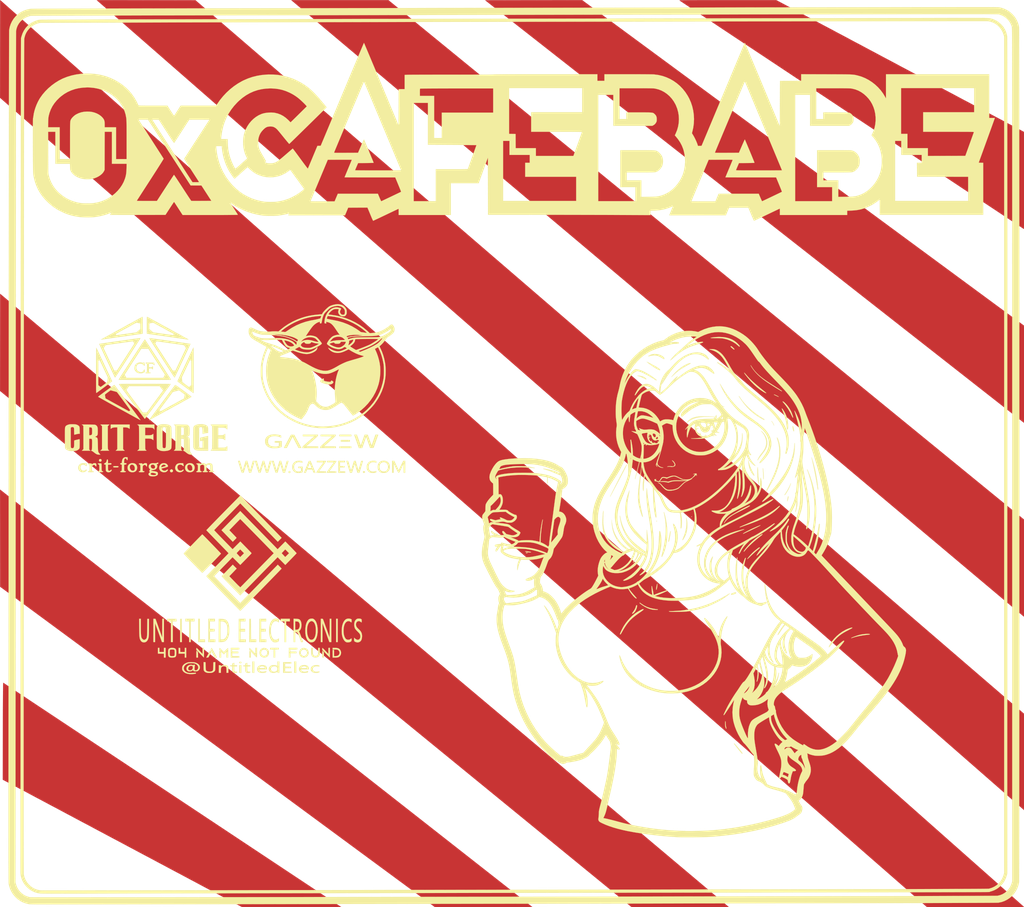
<source format=kicad_pcb>
(kicad_pcb (version 4) (host pcbnew 4.0.7)
  (layers (0 F.Cu signal) (31 B.Cu signal) (34 B.Paste user) (35 F.Paste user) (36 B.SilkS user) (37 F.SilkS user) (38 B.Mask user) (39 F.Mask user) (44 Edge.Cuts user))
  (net 0 "")
  (module LOGO (layer F.Cu) (at 0 0)
    (fp_text reference "G***" hide)
    (fp_text value "LOGO" hide)
  )
  (module LOGO (layer F.Cu) (at 0 0)
    (fp_text reference "G***" hide)
    (fp_text value "LOGO" hide)
  )
  (module LOGO (layer F.Cu) (at 0 0)
    (fp_text reference "G***" hide)
    (fp_text value "LOGO" hide)
  )
  (module LOGO (layer F.Cu) (at 0 0)
    (fp_text reference "G***" hide)
    (fp_text value "LOGO" hide)
  )
  (module LOGO (layer F.Cu) (at 0 0)
    (fp_text reference "G***" hide)
    (fp_text value "LOGO" hide)
  )
  (module LOGO (layer F.Cu) (at 0 0)
    (fp_text reference "G***" hide)
    (fp_text value "LOGO" hide)
    (fp_poly (pts (xy -34.903712 34.951450) (xy -34.123788 35.469083) (xy -33.352317 35.981102) (xy -32.590058 36.487004) (xy -31.837771 36.986284) (xy -31.096213 37.478439) (xy -30.366146 37.962965) (xy -29.648326 38.439358) (xy -28.943514 38.907116) (xy -28.252468 39.365734) (xy -27.575947 39.814708) (xy -26.914711 40.253535) (xy -26.269517 40.681712) (xy -25.641127 41.098734) (xy -25.030297 41.504098) (xy -24.437788 41.897300) (xy -23.864358 42.277837) (xy -23.310767 42.645204) (xy -22.777773 42.998899) (xy -22.266135 43.338418) (xy -21.776612 43.663256) (xy -21.309964 43.972910) (xy -20.866949 44.266877) (xy -20.448327 44.544653) (xy -20.054856 44.805734) (xy -19.687295 45.049616) (xy -19.346403 45.275797) (xy -19.032940 45.483771) (xy -18.747665 45.673036) (xy -18.491335 45.843088) (xy -18.264711 45.993423) (xy -18.068552 46.123537) (xy -17.903616 46.232927) (xy -17.770662 46.321090) (xy -17.670450 46.387521) (xy -17.603737 46.431716) (xy -17.571285 46.453173) (xy -17.568212 46.455185) (xy -17.494250 46.502454) (xy -22.584833 46.500799) (xy -27.675417 46.499144) (xy -39.943422 39.968861) (xy -52.211428 33.438578) (xy -52.202213 28.683747) (xy -52.201284 28.235040) (xy -52.200258 27.795892) (xy -52.199144 27.368312) (xy -52.197952 26.954306) (xy -52.196690 26.555882) (xy -52.195369 26.175048) (xy -52.193998 25.813811) (xy -52.192585 25.474179) (xy -52.191140 25.158158) (xy -52.189673 24.867757) (xy -52.188193 24.604983) (xy -52.186709 24.371843) (xy -52.185231 24.170345) (xy -52.183767 24.002496) (xy -52.182327 23.870304) (xy -52.180921 23.775776) (xy -52.179558 23.720920) (xy -52.179125 23.711950) (xy -52.165250 23.494983) (xy -34.903712 34.951450)) (layer F.Cu) (width 0.010000))
    (fp_poly (pts (xy -52.054169 4.028467) (xy -52.022029 4.053687) (xy -51.957145 4.104586) (xy -51.860086 4.180718) (xy -51.731420 4.281637) (xy -51.571715 4.406898) (xy -51.381540 4.556055) (xy -51.161462 4.728663) (xy -50.912050 4.924276) (xy -50.633872 5.142449) (xy -50.327496 5.382736) (xy -49.993490 5.644690) (xy -49.632422 5.927868) (xy -49.244861 6.231823) (xy -48.831374 6.556110) (xy -48.392530 6.900282) (xy -47.928896 7.263896) (xy -47.441042 7.646504) (xy -46.929534 8.047661) (xy -46.394942 8.466923) (xy -45.837833 8.903842) (xy -45.258776 9.357975) (xy -44.658339 9.828874) (xy -44.037089 10.316095) (xy -43.395595 10.819192) (xy -42.734425 11.337720) (xy -42.054148 11.871232) (xy -41.355331 12.419283) (xy -40.638542 12.981428) (xy -39.904350 13.557222) (xy -39.153323 14.146217) (xy -38.386029 14.747970) (xy -37.603036 15.362034) (xy -36.804912 15.987965) (xy -35.992225 16.625315) (xy -35.165544 17.273640) (xy -34.325437 17.932494) (xy -33.472471 18.601432) (xy -32.607215 19.280007) (xy -31.730238 19.967776) (xy -30.842106 20.664291) (xy -29.943389 21.369107) (xy -29.034654 22.081779) (xy -28.116471 22.801861) (xy -27.189405 23.528907) (xy -26.254027 24.262473) (xy -25.310904 25.002112) (xy -24.817917 25.388735) (xy -23.872710 26.130009) (xy -22.935392 26.865100) (xy -22.006521 27.593569) (xy -21.086655 28.314979) (xy -20.176351 29.028894) (xy -19.276166 29.734875) (xy -18.386660 30.432485) (xy -17.508388 31.121287) (xy -16.641909 31.800844) (xy -15.787779 32.470717) (xy -14.946558 33.130471) (xy -14.118802 33.779667) (xy -13.305069 34.417869) (xy -12.505916 35.044638) (xy -11.721902 35.659538) (xy -10.953583 36.262131) (xy -10.201518 36.851980) (xy -9.466263 37.428647) (xy -8.748377 37.991695) (xy -8.048417 38.540687) (xy -7.366941 39.075186) (xy -6.704505 39.594754) (xy -6.061669 40.098953) (xy -5.438989 40.587347) (xy -4.837024 41.059498) (xy -4.256329 41.514969) (xy -3.697464 41.953322) (xy -3.160986 42.374121) (xy -2.647452 42.776927) (xy -2.157421 43.161303) (xy -1.691448 43.526813) (xy -1.250093 43.873018) (xy -0.833913 44.199481) (xy -0.443465 44.505766) (xy -0.079307 44.791434) (xy 0.258003 45.056048) (xy 0.567909 45.299172) (xy 0.849852 45.520367) (xy 1.103274 45.719197) (xy 1.327618 45.895223) (xy 1.522327 46.048009) (xy 1.686843 46.177117) (xy 1.820609 46.282111) (xy 1.923066 46.362552) (xy 1.993657 46.418003) (xy 2.031824 46.448027) (xy 2.038916 46.453643) (xy 2.098748 46.503167) (xy -7.905750 46.499329) (xy -52.482750 13.651627) (xy -52.488086 8.667605) (xy -52.493421 3.683582) (xy -52.054169 4.028467)) (layer F.Cu) (width 0.010000))
    (fp_poly (pts (xy -46.524333 -11.374061) (xy -46.311687 -11.195103) (xy -46.067277 -10.989413) (xy -45.791727 -10.757520) (xy -45.485665 -10.499949) (xy -45.149716 -10.217228) (xy -44.784506 -9.909882) (xy -44.390661 -9.578439) (xy -43.968807 -9.223426) (xy -43.519570 -8.845368) (xy -43.043574 -8.444793) (xy -42.541448 -8.022227) (xy -42.013815 -7.578198) (xy -41.461303 -7.113231) (xy -40.884537 -6.627854) (xy -40.284143 -6.122594) (xy -39.660746 -5.597976) (xy -39.014973 -5.054528) (xy -38.347450 -4.492776) (xy -37.658802 -3.913247) (xy -36.949656 -3.316468) (xy -36.220636 -2.702965) (xy -35.472370 -2.073266) (xy -34.705482 -1.427896) (xy -33.920599 -0.767383) (xy -33.118347 -0.092253) (xy -32.299352 0.596967) (xy -31.464239 1.299750) (xy -30.613634 2.015570) (xy -29.748163 2.743900) (xy -28.868452 3.484213) (xy -27.975128 4.235983) (xy -27.068815 4.998682) (xy -26.150139 5.771785) (xy -25.219728 6.554764) (xy -24.278205 7.347093) (xy -23.326198 8.148245) (xy -22.364333 8.957693) (xy -21.393234 9.774911) (xy -20.413528 10.599372) (xy -19.425841 11.430549) (xy -18.430798 12.267915) (xy -17.429026 13.110945) (xy -16.421151 13.959110) (xy -15.407798 14.811885) (xy -14.389593 15.668743) (xy -13.367162 16.529156) (xy -12.341131 17.392599) (xy -11.312126 18.258545) (xy -10.280772 19.126466) (xy -9.247696 19.995837) (xy -9.228667 20.011851) (xy -8.220389 20.860354) (xy -7.219735 21.702442) (xy -6.227199 22.537700) (xy -5.243276 23.365712) (xy -4.268460 24.186061) (xy -3.303246 24.998332) (xy -2.348127 25.802108) (xy -1.403598 26.596973) (xy -0.470154 27.382512) (xy 0.451711 28.158308) (xy 1.361503 28.923945) (xy 2.258728 29.679007) (xy 3.142890 30.423079) (xy 4.013496 31.155743) (xy 4.870052 31.876584) (xy 5.712062 32.585186) (xy 6.539033 33.281134) (xy 7.350470 33.964009) (xy 8.145878 34.633398) (xy 8.924765 35.288883) (xy 9.686634 35.930049) (xy 10.430992 36.556480) (xy 11.157344 37.167759) (xy 11.865196 37.763471) (xy 12.554053 38.343199) (xy 13.223422 38.906527) (xy 13.872808 39.453040) (xy 14.501716 39.982321) (xy 15.109652 40.493954) (xy 15.696122 40.987524) (xy 16.260631 41.462613) (xy 16.802685 41.918807) (xy 17.321790 42.355688) (xy 17.817450 42.772842) (xy 18.289173 43.169851) (xy 18.736463 43.546301) (xy 19.158827 43.901774) (xy 19.555769 44.235855) (xy 19.926795 44.548127) (xy 20.271412 44.838175) (xy 20.589124 45.105583) (xy 20.879437 45.349934) (xy 21.141857 45.570813) (xy 21.375889 45.767803) (xy 21.581040 45.940488) (xy 21.756815 46.088453) (xy 21.902719 46.211281) (xy 22.018257 46.308556) (xy 22.102937 46.379862) (xy 22.156263 46.424784) (xy 22.177741 46.442904) (xy 22.178111 46.443221) (xy 22.247640 46.503167) (xy 17.256861 46.501894) (xy 12.266083 46.500621) (xy -20.055417 20.084115) (xy -21.085498 19.242226) (xy -22.107856 18.406650) (xy -23.121995 17.577793) (xy -24.127421 16.756058) (xy -25.123637 15.941851) (xy -26.110150 15.135576) (xy -27.086463 14.337639) (xy -28.052081 13.548443) (xy -29.006509 12.768394) (xy -29.949252 11.997897) (xy -30.879814 11.237356) (xy -31.797701 10.487176) (xy -32.702416 9.747762) (xy -33.593464 9.019519) (xy -34.470351 8.302851) (xy -35.332581 7.598163) (xy -36.179659 6.905860) (xy -37.011089 6.226347) (xy -37.826376 5.560028) (xy -38.625026 4.907309) (xy -39.406541 4.268594) (xy -40.170429 3.644287) (xy -40.916192 3.034794) (xy -41.643336 2.440519) (xy -42.351366 1.861868) (xy -43.039785 1.299244) (xy -43.708100 0.753053) (xy -44.355815 0.223700) (xy -44.982433 -0.288412) (xy -45.587461 -0.782876) (xy -46.170403 -1.259289) (xy -46.730764 -1.717245) (xy -47.268047 -2.156339) (xy -47.781759 -2.576168) (xy -48.271404 -2.976326) (xy -48.736486 -3.356408) (xy -49.176510 -3.716010) (xy -49.590981 -4.054726) (xy -49.979404 -4.372153) (xy -50.341283 -4.667885) (xy -50.676123 -4.941517) (xy -50.983429 -5.192645) (xy -51.262706 -5.420864) (xy -51.513458 -5.625770) (xy -51.735190 -5.806956) (xy -51.927406 -5.964020) (xy -52.089612 -6.096555) (xy -52.221312 -6.204157) (xy -52.322011 -6.286422) (xy -52.391214 -6.342944) (xy -52.428425 -6.373319) (xy -52.435170 -6.378809) (xy -52.493421 -6.425227) (xy -52.488086 -11.406888) (xy -52.482750 -16.388549) (xy -46.524333 -11.374061)) (layer F.Cu) (width 0.010000))
    (fp_poly (pts (xy -0.137583 -0.148588) (xy 1.152639 0.994152) (xy 2.435539 2.130410) (xy 3.710748 3.259857) (xy 4.977894 4.382165) (xy 6.236606 5.497006) (xy 7.486515 6.604052) (xy 8.727249 7.702974) (xy 9.958438 8.793444) (xy 11.179711 9.875133) (xy 12.390698 10.947714) (xy 13.591028 12.010859) (xy 14.780331 13.064238) (xy 15.958236 14.107524) (xy 17.124372 15.140389) (xy 18.278369 16.162504) (xy 19.419856 17.173540) (xy 20.548463 18.173171) (xy 21.663818 19.161067) (xy 22.765553 20.136901) (xy 23.853295 21.100343) (xy 24.926674 22.051066) (xy 25.985320 22.988742) (xy 27.028862 23.913042) (xy 28.056930 24.823638) (xy 29.069153 25.720201) (xy 30.065160 26.602405) (xy 31.044581 27.469919) (xy 32.007044 28.322416) (xy 32.952181 29.159568) (xy 33.879620 29.981047) (xy 34.788989 30.786524) (xy 35.679920 31.575671) (xy 36.552041 32.348159) (xy 37.404982 33.103661) (xy 38.238372 33.841849) (xy 39.051840 34.562393) (xy 39.845016 35.264966) (xy 40.617529 35.949239) (xy 41.369009 36.614885) (xy 42.099085 37.261574) (xy 42.807387 37.888980) (xy 43.493544 38.496773) (xy 44.157185 39.084625) (xy 44.797940 39.652208) (xy 45.415438 40.199193) (xy 46.009309 40.725254) (xy 46.579181 41.230060) (xy 47.124685 41.713284) (xy 47.645450 42.174598) (xy 48.141106 42.613674) (xy 48.611281 43.030183) (xy 49.055605 43.423796) (xy 49.473707 43.794187) (xy 49.865218 44.141025) (xy 50.229765 44.463984) (xy 50.566980 44.762735) (xy 50.876490 45.036950) (xy 51.157927 45.286300) (xy 51.410918 45.510458) (xy 51.635093 45.709094) (xy 51.830083 45.881881) (xy 51.995515 46.028490) (xy 52.131021 46.148594) (xy 52.236228 46.241863) (xy 52.310766 46.307970) (xy 52.354266 46.346587) (xy 52.366333 46.357343) (xy 52.525083 46.501589) (xy 47.540333 46.500496) (xy 42.555583 46.499402) (xy -4.910667 5.055749) (xy -6.142657 3.980077) (xy -7.367206 2.910905) (xy -8.583922 1.848574) (xy -9.792414 0.793427) (xy -10.992289 -0.254195) (xy -12.183155 -1.293948) (xy -13.364622 -2.325492) (xy -14.536296 -3.348483) (xy -15.697785 -4.362580) (xy -16.848699 -5.367441) (xy -17.988645 -6.362723) (xy -19.117232 -7.348085) (xy -20.234066 -8.323184) (xy -21.338758 -9.287678) (xy -22.430914 -10.241225) (xy -23.510142 -11.183483) (xy -24.576052 -12.114110) (xy -25.628251 -13.032763) (xy -26.666347 -13.939101) (xy -27.689948 -14.832782) (xy -28.698663 -15.713463) (xy -29.692100 -16.580802) (xy -30.669866 -17.434457) (xy -31.631570 -18.274086) (xy -32.576820 -19.099347) (xy -33.505224 -19.909898) (xy -34.416390 -20.705396) (xy -35.309927 -21.485500) (xy -36.185442 -22.249867) (xy -37.042544 -22.998156) (xy -37.880840 -23.730023) (xy -38.699939 -24.445128) (xy -39.499450 -25.143127) (xy -40.278979 -25.823680) (xy -41.038136 -26.486443) (xy -41.776528 -27.131075) (xy -42.493764 -27.757233) (xy -43.189452 -28.364575) (xy -43.863199 -28.952760) (xy -44.514614 -29.521444) (xy -45.143305 -30.070287) (xy -45.748880 -30.598946) (xy -46.330948 -31.107078) (xy -46.889116 -31.594342) (xy -47.422993 -32.060395) (xy -47.932186 -32.504896) (xy -48.416304 -32.927502) (xy -48.874955 -33.327871) (xy -49.307747 -33.705661) (xy -49.714289 -34.060531) (xy -50.094187 -34.392136) (xy -50.447051 -34.700137) (xy -50.772489 -34.984190) (xy -51.070109 -35.243954) (xy -51.339518 -35.479086) (xy -51.580325 -35.689244) (xy -51.792139 -35.874086) (xy -51.974566 -36.033271) (xy -52.127216 -36.166455) (xy -52.249697 -36.273296) (xy -52.341616 -36.353454) (xy -52.402582 -36.406585) (xy -52.432203 -36.432347) (xy -52.435169 -36.434898) (xy -52.493421 -36.481893) (xy -52.488086 -41.496083) (xy -52.482750 -46.510272) (xy -0.137583 -0.148588)) (layer F.Cu) (width 0.010000))
    (fp_poly (pts (xy -37.515409 -46.497919) (xy -32.454687 -46.492583) (xy 10.029906 -9.906887) (xy 52.514500 26.678809) (xy 52.514500 31.627405) (xy 52.514461 32.081997) (xy 52.514348 32.525328) (xy 52.514164 32.955545) (xy 52.513913 33.370794) (xy 52.513597 33.769223) (xy 52.513220 34.148978) (xy 52.512785 34.508205) (xy 52.512297 34.845051) (xy 52.511758 35.157664) (xy 52.511171 35.444188) (xy 52.510541 35.702772) (xy 52.509871 35.931562) (xy 52.509163 36.128704) (xy 52.508422 36.292345) (xy 52.507651 36.420632) (xy 52.506853 36.511711) (xy 52.506031 36.563730) (xy 52.505389 36.576000) (xy 52.494864 36.558382) (xy 52.489514 36.536030) (xy 52.473450 36.521105) (xy 52.425868 36.478671) (xy 52.347146 36.409058) (xy 52.237660 36.312596) (xy 52.097786 36.189613) (xy 51.927901 36.040439) (xy 51.728382 35.865401) (xy 51.499605 35.664830) (xy 51.241946 35.439055) (xy 50.955783 35.188403) (xy 50.641492 34.913205) (xy 50.299449 34.613789) (xy 49.930031 34.290485) (xy 49.533615 33.943621) (xy 49.110577 33.573527) (xy 48.661294 33.180531) (xy 48.186143 32.764962) (xy 47.685499 32.327150) (xy 47.159739 31.867424) (xy 46.609241 31.386112) (xy 46.034381 30.883543) (xy 45.435535 30.360047) (xy 44.813079 29.815953) (xy 44.167392 29.251589) (xy 43.498848 28.667285) (xy 42.807825 28.063370) (xy 42.094699 27.440172) (xy 41.359846 26.798020) (xy 40.603644 26.137245) (xy 39.826469 25.458174) (xy 39.028698 24.761137) (xy 38.210707 24.046463) (xy 37.372872 23.314480) (xy 36.515570 22.565518) (xy 35.639179 21.799906) (xy 34.744074 21.017973) (xy 33.830631 20.220047) (xy 32.899229 19.406458) (xy 31.950242 18.577536) (xy 30.984049 17.733608) (xy 30.001024 16.875004) (xy 29.001546 16.002053) (xy 27.985990 15.115083) (xy 26.954733 14.214425) (xy 25.908152 13.300407) (xy 24.846623 12.373358) (xy 23.770522 11.433606) (xy 22.680228 10.481482) (xy 21.576115 9.517314) (xy 20.458560 8.541431) (xy 19.327941 7.554161) (xy 18.184634 6.555835) (xy 17.029015 5.546781) (xy 15.861461 4.527329) (xy 14.682348 3.497806) (xy 13.492053 2.458542) (xy 12.290953 1.409867) (xy 11.079424 0.352109) (xy 9.857843 -0.714403) (xy 8.626586 -1.789340) (xy 7.386030 -2.872372) (xy 6.136552 -3.963171) (xy 5.027083 -4.931723) (xy 3.795122 -6.007201) (xy 2.570593 -7.076196) (xy 1.353888 -8.138366) (xy 0.145400 -9.193368) (xy -1.054480 -10.240859) (xy -2.245360 -11.280498) (xy -3.426846 -12.311942) (xy -4.598548 -13.334849) (xy -5.760073 -14.348876) (xy -6.911029 -15.353681) (xy -8.051023 -16.348921) (xy -9.179664 -17.334254) (xy -10.296560 -18.309338) (xy -11.401318 -19.273830) (xy -12.493546 -20.227388) (xy -13.572852 -21.169670) (xy -14.638843 -22.100332) (xy -15.691129 -23.019033) (xy -16.729316 -23.925431) (xy -17.753013 -24.819182) (xy -18.761827 -25.699945) (xy -19.755366 -26.567378) (xy -20.733238 -27.421136) (xy -21.695051 -28.260879) (xy -22.640412 -29.086265) (xy -23.568931 -29.896949) (xy -24.480213 -30.692591) (xy -25.373868 -31.472847) (xy -26.249503 -32.237376) (xy -27.106727 -32.985835) (xy -27.945146 -33.717882) (xy -28.764369 -34.433173) (xy -29.564003 -35.131368) (xy -30.343657 -35.812123) (xy -31.102938 -36.475096) (xy -31.841455 -37.119944) (xy -32.558814 -37.746326) (xy -33.254624 -38.353898) (xy -33.928493 -38.942319) (xy -34.580029 -39.511246) (xy -35.208839 -40.060337) (xy -35.814532 -40.589249) (xy -36.396714 -41.097640) (xy -36.954995 -41.585167) (xy -37.488982 -42.051488) (xy -37.998282 -42.496261) (xy -38.482504 -42.919144) (xy -38.941255 -43.319793) (xy -39.374144 -43.697867) (xy -39.780778 -44.053023) (xy -40.160765 -44.384918) (xy -40.513713 -44.693211) (xy -40.839230 -44.977559) (xy -41.136923 -45.237619) (xy -41.406401 -45.473050) (xy -41.647271 -45.683508) (xy -41.859142 -45.868652) (xy -42.041620 -46.028139) (xy -42.194315 -46.161626) (xy -42.316833 -46.268771) (xy -42.408783 -46.349233) (xy -42.469772 -46.402667) (xy -42.499409 -46.428733) (xy -42.502358 -46.431380) (xy -42.576132 -46.503253) (xy -37.515409 -46.497919)) (layer F.Cu) (width 0.010000))
    (fp_poly (pts (xy -17.653000 -46.502429) (xy -12.668250 -46.502162) (xy 19.917833 -19.871656) (xy 52.503917 6.758850) (xy 52.509252 11.740258) (xy 52.509674 12.196351) (xy 52.509955 12.641178) (xy 52.510098 13.072892) (xy 52.510107 13.489648) (xy 52.509987 13.889598) (xy 52.509741 14.270897) (xy 52.509373 14.631697) (xy 52.508887 14.970152) (xy 52.508288 15.284416) (xy 52.507578 15.572642) (xy 52.506762 15.832984) (xy 52.505844 16.063595) (xy 52.504828 16.262629) (xy 52.503717 16.428239) (xy 52.502516 16.558579) (xy 52.501229 16.651802) (xy 52.499859 16.706061) (xy 52.498669 16.720184) (xy 52.482081 16.706573) (xy 52.433556 16.666080) (xy 52.353546 16.599084) (xy 52.242501 16.505964) (xy 52.100872 16.387100) (xy 51.929110 16.242870) (xy 51.727666 16.073656) (xy 51.496990 15.879834) (xy 51.237534 15.661786) (xy 50.949747 15.419889) (xy 50.634081 15.154524) (xy 50.290987 14.866069) (xy 49.920916 14.554905) (xy 49.524317 14.221409) (xy 49.101643 13.865963) (xy 48.653343 13.488943) (xy 48.179869 13.090731) (xy 47.681672 12.671705) (xy 47.159202 12.232245) (xy 46.612909 11.772730) (xy 46.043246 11.293538) (xy 45.450662 10.795050) (xy 44.835609 10.277645) (xy 44.198536 9.741702) (xy 43.539896 9.187600) (xy 42.860139 8.615718) (xy 42.159715 8.026437) (xy 41.439075 7.420134) (xy 40.698671 6.797190) (xy 39.938953 6.157983) (xy 39.160371 5.502894) (xy 38.363378 4.832300) (xy 37.548422 4.146582) (xy 36.715956 3.446119) (xy 35.866430 2.731289) (xy 35.000294 2.002473) (xy 34.118000 1.260050) (xy 33.219998 0.504398) (xy 32.306740 -0.264102) (xy 31.378675 -1.045073) (xy 30.436256 -1.838133) (xy 29.479932 -2.642904) (xy 28.510154 -3.459008) (xy 27.527373 -4.286063) (xy 26.532041 -5.123692) (xy 25.524607 -5.971515) (xy 24.505522 -6.829153) (xy 23.475238 -7.696226) (xy 22.434205 -8.572355) (xy 21.382874 -9.457161) (xy 20.321696 -10.350264) (xy 19.251121 -11.251286) (xy 18.171601 -12.159846) (xy 17.083586 -13.075567) (xy 15.987527 -13.998067) (xy 14.986000 -14.841013) (xy 13.882838 -15.769505) (xy 12.787273 -16.691601) (xy 11.699757 -17.606921) (xy 10.620740 -18.515084) (xy 9.550675 -19.415712) (xy 8.490013 -20.308423) (xy 7.439206 -21.192838) (xy 6.398705 -22.068577) (xy 5.368961 -22.935259) (xy 4.350428 -23.792505) (xy 3.343555 -24.639934) (xy 2.348794 -25.477167) (xy 1.366598 -26.303823) (xy 0.397417 -27.119523) (xy -0.558296 -27.923886) (xy -1.500090 -28.716532) (xy -2.427514 -29.497082) (xy -3.340116 -30.265155) (xy -4.237445 -31.020371) (xy -5.119048 -31.762350) (xy -5.984474 -32.490712) (xy -6.833272 -33.205077) (xy -7.664991 -33.905065) (xy -8.479177 -34.590296) (xy -9.275381 -35.260389) (xy -10.053150 -35.914966) (xy -10.812033 -36.553645) (xy -11.551577 -37.176047) (xy -12.271333 -37.781792) (xy -12.970848 -38.370499) (xy -13.649670 -38.941789) (xy -14.307347 -39.495282) (xy -14.943430 -40.030597) (xy -15.557465 -40.547354) (xy -16.149001 -41.045173) (xy -16.717586 -41.523675) (xy -17.262770 -41.982480) (xy -17.784100 -42.421206) (xy -18.281125 -42.839475) (xy -18.753393 -43.236905) (xy -19.200452 -43.613118) (xy -19.621852 -43.967733) (xy -20.017140 -44.300370) (xy -20.385866 -44.610649) (xy -20.727576 -44.898189) (xy -21.041821 -45.162612) (xy -21.328147 -45.403536) (xy -21.586104 -45.620582) (xy -21.815241 -45.813369) (xy -22.015104 -45.981519) (xy -22.185244 -46.124650) (xy -22.325208 -46.242382) (xy -22.434544 -46.334336) (xy -22.512802 -46.400131) (xy -22.559529 -46.439388) (xy -22.574250 -46.451713) (xy -22.637750 -46.502697) (xy -17.653000 -46.502429)) (layer F.Cu) (width 0.010000))
    (fp_poly (pts (xy 29.856838 -29.810373) (xy 52.514500 -13.117491) (xy 52.514500 -8.135662) (xy 52.514478 -7.679530) (xy 52.514413 -7.234652) (xy 52.514306 -6.802877) (xy 52.514161 -6.386051) (xy 52.513979 -5.986022) (xy 52.513761 -5.604637) (xy 52.513510 -5.243742) (xy 52.513228 -4.905185) (xy 52.512917 -4.590812) (xy 52.512579 -4.302472) (xy 52.512215 -4.042011) (xy 52.511827 -3.811277) (xy 52.511419 -3.612116) (xy 52.510990 -3.446375) (xy 52.510545 -3.315902) (xy 52.510084 -3.222544) (xy 52.509609 -3.168147) (xy 52.509208 -3.153911) (xy 52.492460 -3.166905) (xy 52.442949 -3.205595) (xy 52.361223 -3.269552) (xy 52.247830 -3.358346) (xy 52.103318 -3.471549) (xy 51.928233 -3.608730) (xy 51.723123 -3.769461) (xy 51.488537 -3.953311) (xy 51.225022 -4.159852) (xy 50.933124 -4.388654) (xy 50.613393 -4.639287) (xy 50.266375 -4.911323) (xy 49.892618 -5.204332) (xy 49.492670 -5.517884) (xy 49.067078 -5.851551) (xy 48.616390 -6.204902) (xy 48.141153 -6.577509) (xy 47.641916 -6.968941) (xy 47.119225 -7.378771) (xy 46.573628 -7.806567) (xy 46.005674 -8.251901) (xy 45.415908 -8.714344) (xy 44.804880 -9.193465) (xy 44.173137 -9.688836) (xy 43.521225 -10.200028) (xy 42.849694 -10.726610) (xy 42.159090 -11.268154) (xy 41.449961 -11.824229) (xy 40.722855 -12.394408) (xy 39.978319 -12.978259) (xy 39.216901 -13.575355) (xy 38.439148 -14.185265) (xy 37.645608 -14.807560) (xy 36.836829 -15.441811) (xy 36.013359 -16.087588) (xy 35.175744 -16.744462) (xy 34.324532 -17.412004) (xy 33.460272 -18.089784) (xy 32.583510 -18.777372) (xy 31.694795 -19.474340) (xy 30.794673 -20.180258) (xy 29.883693 -20.894696) (xy 28.962402 -21.617226) (xy 28.031347 -22.347417) (xy 27.091077 -23.084841) (xy 26.142138 -23.829068) (xy 25.185079 -24.579669) (xy 24.874454 -24.823286) (xy -2.755008 -46.492583) (xy 2.222084 -46.497919) (xy 7.199176 -46.503254) (xy 29.856838 -29.810373)) (layer F.Cu) (width 0.010000))
    (fp_poly (pts (xy 39.803917 -39.745485) (xy 52.503917 -32.987910) (xy 52.509252 -28.008621) (xy 52.509674 -27.552619) (xy 52.509955 -27.107878) (xy 52.510098 -26.676247) (xy 52.510107 -26.259572) (xy 52.509987 -25.859701) (xy 52.509741 -25.478480) (xy 52.509372 -25.117757) (xy 52.508886 -24.779379) (xy 52.508286 -24.465193) (xy 52.507576 -24.177046) (xy 52.506760 -23.916786) (xy 52.505842 -23.686259) (xy 52.504825 -23.487314) (xy 52.503714 -23.321796) (xy 52.502512 -23.191553) (xy 52.501224 -23.098433) (xy 52.499853 -23.044282) (xy 52.498669 -23.030253) (xy 52.480445 -23.041920) (xy 52.427700 -23.076506) (xy 52.341183 -23.133516) (xy 52.221642 -23.212455) (xy 52.069823 -23.312825) (xy 51.886475 -23.434131) (xy 51.672345 -23.575878) (xy 51.428181 -23.737569) (xy 51.154731 -23.918709) (xy 50.852742 -24.118800) (xy 50.522963 -24.337349) (xy 50.166140 -24.573858) (xy 49.783021 -24.827832) (xy 49.374354 -25.098775) (xy 48.940888 -25.386190) (xy 48.483368 -25.689583) (xy 48.002544 -26.008457) (xy 47.499162 -26.342316) (xy 46.973971 -26.690664) (xy 46.427718 -27.053005) (xy 45.861151 -27.428844) (xy 45.275017 -27.817685) (xy 44.670065 -28.219031) (xy 44.047041 -28.632386) (xy 43.406694 -29.057256) (xy 42.749771 -29.493143) (xy 42.077020 -29.939553) (xy 41.389189 -30.395988) (xy 40.687024 -30.861953) (xy 39.971275 -31.336953) (xy 39.242688 -31.820491) (xy 38.502012 -32.312071) (xy 37.749993 -32.811198) (xy 36.987380 -33.317375) (xy 36.214921 -33.830107) (xy 35.433362 -34.348898) (xy 34.859056 -34.730128) (xy 34.071111 -35.253184) (xy 33.291657 -35.770608) (xy 32.521444 -36.281903) (xy 31.761222 -36.786569) (xy 31.011741 -37.284111) (xy 30.273750 -37.774029) (xy 29.547999 -38.255826) (xy 28.835238 -38.729004) (xy 28.136216 -39.193066) (xy 27.451683 -39.647514) (xy 26.782389 -40.091850) (xy 26.129084 -40.525576) (xy 25.492517 -40.948194) (xy 24.873438 -41.359207) (xy 24.272597 -41.758117) (xy 23.690743 -42.144426) (xy 23.128627 -42.517636) (xy 22.586997 -42.877250) (xy 22.066604 -43.222770) (xy 21.568197 -43.553697) (xy 21.092526 -43.869535) (xy 20.640341 -44.169785) (xy 20.212391 -44.453950) (xy 19.809426 -44.721531) (xy 19.432196 -44.972032) (xy 19.081451 -45.204954) (xy 18.757940 -45.419800) (xy 18.462412 -45.616071) (xy 18.195619 -45.793271) (xy 17.958309 -45.950901) (xy 17.751232 -46.088463) (xy 17.575138 -46.205459) (xy 17.430776 -46.301393) (xy 17.318897 -46.375766) (xy 17.240249 -46.428080) (xy 17.195584 -46.457837) (xy 17.184889 -46.465015) (xy 17.181052 -46.468926) (xy 17.181996 -46.472545) (xy 17.189285 -46.475883) (xy 17.204485 -46.478952) (xy 17.229161 -46.481764) (xy 17.264878 -46.484330) (xy 17.313202 -46.486662) (xy 17.375697 -46.488771) (xy 17.453928 -46.490671) (xy 17.549461 -46.492371) (xy 17.663861 -46.493884) (xy 17.798693 -46.495222) (xy 17.955522 -46.496397) (xy 18.135913 -46.497420) (xy 18.341431 -46.498302) (xy 18.573642 -46.499056) (xy 18.834111 -46.499694) (xy 19.124402 -46.500227) (xy 19.446082 -46.500666) (xy 19.800714 -46.501024) (xy 20.189864 -46.501313) (xy 20.615098 -46.501543) (xy 21.077980 -46.501727) (xy 21.580076 -46.501877) (xy 22.119167 -46.502003) (xy 27.103917 -46.503059) (xy 39.803917 -39.745485)) (layer F.Cu) (width 0.010000))
  )
  (module LOGO (layer F.Cu) (at 0 0)
    (fp_text reference "G***" hide)
    (fp_text value "LOGO" hide)
  )
)
</source>
